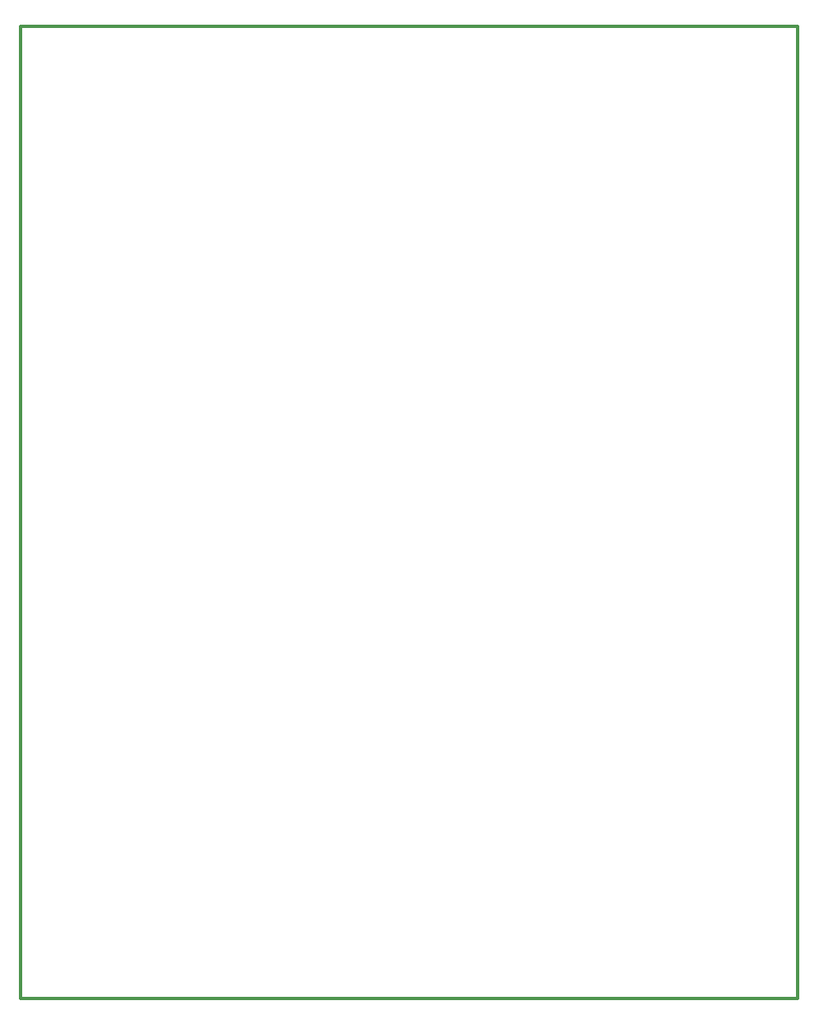
<source format=gko>
G04*
G04 #@! TF.GenerationSoftware,Altium Limited,Altium Designer,19.1.5 (86)*
G04*
G04 Layer_Color=16711935*
%FSTAX24Y24*%
%MOIN*%
G70*
G01*
G75*
%ADD16C,0.0118*%
D16*
X041496Y04967D02*
X041496Y0103D01*
X01Y04967D02*
X041496D01*
X01Y0103D02*
X041496D01*
X01D02*
Y04967D01*
M02*

</source>
